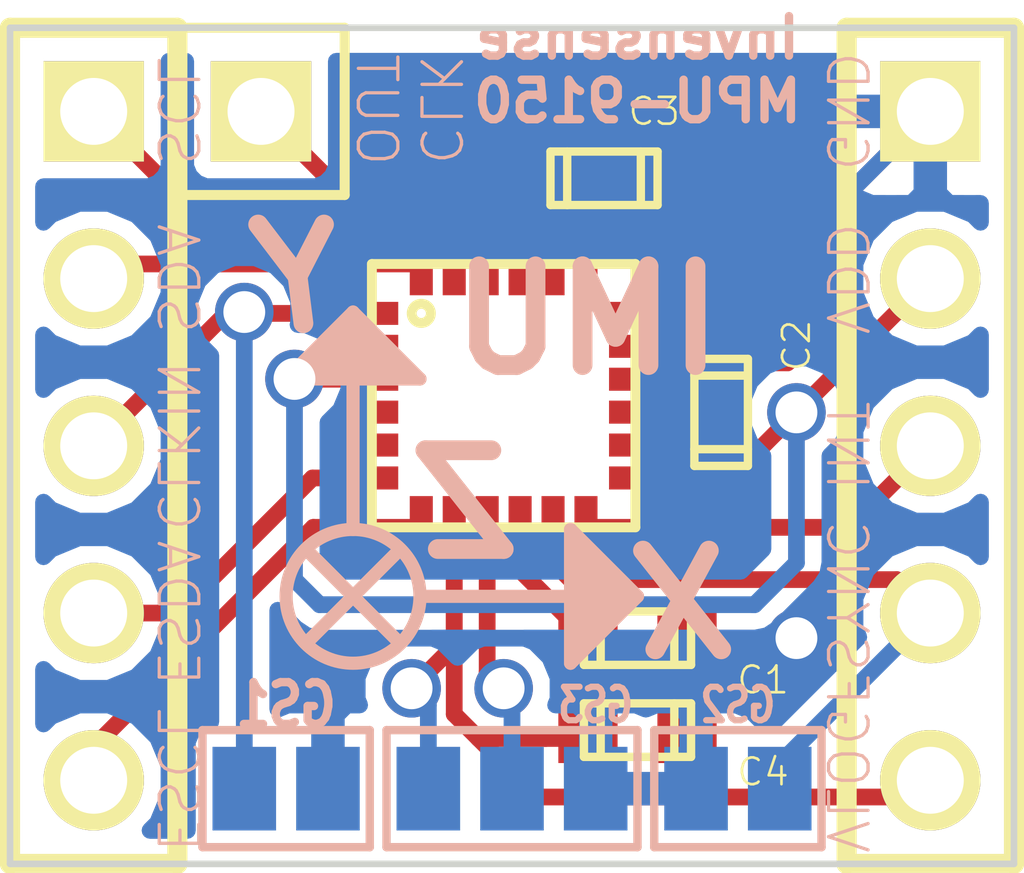
<source format=kicad_pcb>
(kicad_pcb (version 3) (host pcbnew "(2013-jul-07)-stable")

  (general
    (links 29)
    (no_connects 0)
    (area 338.455 196.3766 360.172 214.5954)
    (thickness 1.6)
    (drawings 57)
    (tracks 105)
    (zones 0)
    (modules 11)
    (nets 15)
  )

  (page A3)
  (layers
    (15 F.Cu signal)
    (0 B.Cu signal hide)
    (16 B.Adhes user hide)
    (17 F.Adhes user hide)
    (18 B.Paste user hide)
    (19 F.Paste user hide)
    (20 B.SilkS user)
    (21 F.SilkS user)
    (22 B.Mask user)
    (23 F.Mask user)
    (24 Dwgs.User user hide)
    (25 Cmts.User user hide)
    (26 Eco1.User user hide)
    (27 Eco2.User user hide)
    (28 Edge.Cuts user)
  )

  (setup
    (last_trace_width 0.254)
    (trace_clearance 0.1524)
    (zone_clearance 0.254)
    (zone_45_only no)
    (trace_min 0.254)
    (segment_width 0.2)
    (edge_width 0.1)
    (via_size 0.889)
    (via_drill 0.635)
    (via_min_size 0.889)
    (via_min_drill 0.508)
    (uvia_size 0.508)
    (uvia_drill 0.127)
    (uvias_allowed no)
    (uvia_min_size 0.508)
    (uvia_min_drill 0.127)
    (pcb_text_width 0.3)
    (pcb_text_size 1.5 1.5)
    (mod_edge_width 0.15)
    (mod_text_size 1 1)
    (mod_text_width 0.15)
    (pad_size 0.85 0.35)
    (pad_drill 0)
    (pad_to_mask_clearance 0)
    (aux_axis_origin 0 0)
    (visible_elements 7FFFFFFF)
    (pcbplotparams
      (layerselection 284196865)
      (usegerberextensions true)
      (excludeedgelayer true)
      (linewidth 0.150000)
      (plotframeref false)
      (viasonmask false)
      (mode 1)
      (useauxorigin false)
      (hpglpennumber 1)
      (hpglpenspeed 20)
      (hpglpendiameter 15)
      (hpglpenoverlay 2)
      (psnegative false)
      (psa4output false)
      (plotreference true)
      (plotvalue true)
      (plotothertext true)
      (plotinvisibletext false)
      (padsonsilk false)
      (subtractmaskfromsilk false)
      (outputformat 1)
      (mirror false)
      (drillshape 0)
      (scaleselection 1)
      (outputdirectory gerber/))
  )

  (net 0 "")
  (net 1 /AD0)
  (net 2 /CLKIN)
  (net 3 /CLKOUT)
  (net 4 /ES_CL)
  (net 5 /ES_DA)
  (net 6 /FSYNC)
  (net 7 /INT)
  (net 8 /SCL)
  (net 9 /SDA)
  (net 10 /VLOGIC)
  (net 11 GND)
  (net 12 N-0000011)
  (net 13 N-0000012)
  (net 14 VDD)

  (net_class Default "This is the default net class."
    (clearance 0.1524)
    (trace_width 0.254)
    (via_dia 0.889)
    (via_drill 0.635)
    (uvia_dia 0.508)
    (uvia_drill 0.127)
    (add_net "")
    (add_net /AD0)
    (add_net /CLKIN)
    (add_net /CLKOUT)
    (add_net /ES_CL)
    (add_net /ES_DA)
    (add_net /FSYNC)
    (add_net /INT)
    (add_net /SCL)
    (add_net /SDA)
    (add_net /VLOGIC)
    (add_net GND)
    (add_net N-0000011)
    (add_net N-0000012)
    (add_net VDD)
  )

  (module LGA24 (layer F.Cu) (tedit 52F9B3ED) (tstamp 52F810DA)
    (at 349.123 204.978)
    (path /52F7E631)
    (fp_text reference U1 (at 0 8.89) (layer F.SilkS) hide
      (effects (font (size 1 1) (thickness 0.15)))
    )
    (fp_text value MPU-9150 (at 0 -7.874) (layer F.SilkS) hide
      (effects (font (size 1 1) (thickness 0.15)))
    )
    (fp_circle (center -1.25 -1.25) (end -1.2 -1.2) (layer F.SilkS) (width 0.15))
    (fp_line (start -2 -2) (end 2 -2) (layer F.SilkS) (width 0.15))
    (fp_line (start 2 -2) (end 2 2) (layer F.SilkS) (width 0.15))
    (fp_line (start 2 2) (end -2 2) (layer F.SilkS) (width 0.15))
    (fp_line (start -2 2) (end -2 -2) (layer F.SilkS) (width 0.15))
    (pad 1 smd rect (at -2 -1.25) (size 0.8 0.35)
      (layers F.Cu F.Paste F.Mask)
      (net 2 /CLKIN)
      (clearance 0.0762)
    )
    (pad 2 smd rect (at -2 -0.75) (size 0.8 0.35)
      (layers F.Cu F.Paste F.Mask)
      (clearance 0.0762)
    )
    (pad 3 smd rect (at -2 -0.25) (size 0.8 0.35)
      (layers F.Cu F.Paste F.Mask)
      (net 14 VDD)
      (clearance 0.0762)
    )
    (pad 4 smd rect (at -2 0.25) (size 0.8 0.35)
      (layers F.Cu F.Paste F.Mask)
      (clearance 0.0762)
    )
    (pad 5 smd rect (at -2 0.75) (size 0.8 0.35)
      (layers F.Cu F.Paste F.Mask)
      (clearance 0.0762)
    )
    (pad 6 smd rect (at -2 1.25) (size 0.8 0.35)
      (layers F.Cu F.Paste F.Mask)
      (net 5 /ES_DA)
      (clearance 0.0762)
    )
    (pad 7 smd rect (at -1.25 2 90) (size 0.85 0.35) (drill (offset 0.05 0))
      (layers F.Cu F.Paste F.Mask)
      (net 4 /ES_CL)
      (clearance 0.0762)
    )
    (pad 8 smd rect (at -0.75 2 90) (size 0.85 0.35) (drill (offset 0.05 0))
      (layers F.Cu F.Paste F.Mask)
      (net 10 /VLOGIC)
      (clearance 0.0762)
    )
    (pad 9 smd rect (at -0.25 2 90) (size 0.85 0.35) (drill (offset 0.05 0))
      (layers F.Cu F.Paste F.Mask)
      (net 1 /AD0)
      (clearance 0.0762)
    )
    (pad 10 smd rect (at 0.25 2 90) (size 0.85 0.35) (drill (offset 0.05 0))
      (layers F.Cu F.Paste F.Mask)
      (net 13 N-0000012)
      (clearance 0.0762)
    )
    (pad 11 smd rect (at 0.75 2 90) (size 0.85 0.35) (drill (offset 0.05 0))
      (layers F.Cu F.Paste F.Mask)
      (net 6 /FSYNC)
      (clearance 0.0762)
    )
    (pad 12 smd rect (at 1.25 2 90) (size 0.85 0.35) (drill (offset 0.05 0))
      (layers F.Cu F.Paste F.Mask)
      (net 7 /INT)
      (clearance 0.0762)
    )
    (pad 13 smd rect (at 2 1.25) (size 0.8 0.35)
      (layers F.Cu F.Paste F.Mask)
      (net 14 VDD)
      (clearance 0.0762)
    )
    (pad 14 smd rect (at 2 0.75) (size 0.8 0.35)
      (layers F.Cu F.Paste F.Mask)
      (clearance 0.0762)
    )
    (pad 15 smd rect (at 2 0.25) (size 0.8 0.35)
      (layers F.Cu F.Paste F.Mask)
      (net 11 GND)
      (clearance 0.0762)
    )
    (pad 16 smd rect (at 2 -0.25) (size 0.8 0.35)
      (layers F.Cu F.Paste F.Mask)
      (clearance 0.0762)
    )
    (pad 17 smd rect (at 2 -0.75) (size 0.8 0.35)
      (layers F.Cu F.Paste F.Mask)
      (net 11 GND)
      (clearance 0.0762)
    )
    (pad 18 smd rect (at 2 -1.25) (size 0.8 0.35)
      (layers F.Cu F.Paste F.Mask)
      (net 11 GND)
      (clearance 0.0762)
    )
    (pad 19 smd rect (at 1.25 -2 270) (size 0.85 0.35) (drill (offset 0.05 0))
      (layers F.Cu F.Paste F.Mask)
      (clearance 0.0762)
    )
    (pad 20 smd rect (at 0.75 -2 270) (size 0.85 0.35) (drill (offset 0.05 0))
      (layers F.Cu F.Paste F.Mask)
      (net 12 N-0000011)
      (clearance 0.0762)
    )
    (pad 21 smd rect (at 0.25 -2 270) (size 0.85 0.35) (drill (offset 0.05 0))
      (layers F.Cu F.Paste F.Mask)
      (clearance 0.0762)
    )
    (pad 22 smd rect (at -0.25 -2 270) (size 0.85 0.35) (drill (offset 0.05 0))
      (layers F.Cu F.Paste F.Mask)
      (net 3 /CLKOUT)
      (clearance 0.0762)
    )
    (pad 23 smd rect (at -0.75 -2 270) (size 0.85 0.35) (drill (offset 0.05 0))
      (layers F.Cu F.Paste F.Mask)
      (net 8 /SCL)
      (clearance 0.0762)
    )
    (pad 24 smd rect (at -1.25 -2 270) (size 0.85 0.35) (drill (offset 0.05 0))
      (layers F.Cu F.Paste F.Mask)
      (net 9 /SDA)
      (clearance 0.0762)
    )
  )

  (module PIN_ARRAY_1 (layer F.Cu) (tedit 52F9B409) (tstamp 52F862B6)
    (at 345.44 200.66)
    (descr "1 pin")
    (tags "CONN DEV")
    (path /52F7EA97)
    (fp_text reference P1 (at 1.016 -2.032) (layer F.SilkS) hide
      (effects (font (size 0.762 0.762) (thickness 0.1524)))
    )
    (fp_text value CONN_1 (at -2.54 -2.032) (layer F.SilkS) hide
      (effects (font (size 0.762 0.762) (thickness 0.1524)))
    )
    (fp_line (start 1.27 1.27) (end -1.27 1.27) (layer F.SilkS) (width 0.1524))
    (fp_line (start -1.27 -1.27) (end 1.27 -1.27) (layer F.SilkS) (width 0.1524))
    (fp_line (start -1.27 1.27) (end -1.27 -1.27) (layer F.SilkS) (width 0.1524))
    (fp_line (start 1.27 -1.27) (end 1.27 1.27) (layer F.SilkS) (width 0.1524))
    (pad 1 thru_hole rect (at 0 0) (size 1.524 1.524) (drill 1.016)
      (layers *.Cu *.Mask F.SilkS)
      (net 3 /CLKOUT)
    )
    (model pin_array\pin_1.wrl
      (at (xyz 0 0 0))
      (scale (xyz 1 1 1))
      (rotate (xyz 0 0 0))
    )
  )

  (module GS3 (layer B.Cu) (tedit 52F9AAC4) (tstamp 52F9BCE6)
    (at 349.25 210.947 270)
    (descr "Pontet Goute de soudure")
    (path /52F7E821)
    (attr virtual)
    (fp_text reference GS3 (at -1.27 -1.27 360) (layer B.SilkS)
      (effects (font (size 0.508 0.381) (thickness 0.09525)) (justify mirror))
    )
    (fp_text value GS3 (at 1.397 0 540) (layer B.SilkS) hide
      (effects (font (size 0.762 0.762) (thickness 0.127)) (justify mirror))
    )
    (fp_line (start -0.889 1.905) (end -0.889 -1.905) (layer B.SilkS) (width 0.127))
    (fp_line (start -0.889 -1.905) (end 0.889 -1.905) (layer B.SilkS) (width 0.127))
    (fp_line (start 0.889 -1.905) (end 0.889 1.905) (layer B.SilkS) (width 0.127))
    (fp_line (start -0.889 1.905) (end 0.889 1.905) (layer B.SilkS) (width 0.127))
    (pad 1 smd rect (at 0 1.27 270) (size 1.27 0.9652)
      (layers B.Cu B.Paste B.Mask)
      (net 10 /VLOGIC)
    )
    (pad 2 smd rect (at 0 0 270) (size 1.27 0.9652)
      (layers B.Cu B.Paste B.Mask)
      (net 1 /AD0)
    )
    (pad 3 smd rect (at 0 -1.27 270) (size 1.27 0.9652)
      (layers B.Cu B.Paste B.Mask)
      (net 11 GND)
    )
  )

  (module GS2 (layer B.Cu) (tedit 52F9AAD6) (tstamp 52F9BCF1)
    (at 352.679 210.947 90)
    (descr "Pontet Goute de soudure")
    (path /52F7E899)
    (attr virtual)
    (fp_text reference GS2 (at 1.27 0 180) (layer B.SilkS)
      (effects (font (size 0.508 0.381) (thickness 0.09525)) (justify mirror))
    )
    (fp_text value GS2 (at -1.397 0 360) (layer B.SilkS) hide
      (effects (font (size 0.762 0.762) (thickness 0.127)) (justify mirror))
    )
    (fp_line (start -0.889 1.27) (end -0.889 -1.27) (layer B.SilkS) (width 0.127))
    (fp_line (start 0.889 -1.27) (end 0.889 1.27) (layer B.SilkS) (width 0.127))
    (fp_line (start 0.889 -1.27) (end -0.889 -1.27) (layer B.SilkS) (width 0.127))
    (fp_line (start -0.889 1.27) (end 0.889 1.27) (layer B.SilkS) (width 0.127))
    (pad 1 smd rect (at 0 0.635 90) (size 1.27 0.9652)
      (layers B.Cu B.Paste B.Mask)
      (net 6 /FSYNC)
    )
    (pad 2 smd rect (at 0 -0.635 90) (size 1.27 0.9652)
      (layers B.Cu B.Paste B.Mask)
      (net 11 GND)
    )
  )

  (module GS2 (layer B.Cu) (tedit 52F9BBB9) (tstamp 52F9BCDA)
    (at 345.821 210.947 270)
    (descr "Pontet Goute de soudure")
    (path /52F7E8B9)
    (attr virtual)
    (fp_text reference GS1 (at -1.27 0 360) (layer B.SilkS)
      (effects (font (size 0.635 0.508) (thickness 0.127)) (justify mirror))
    )
    (fp_text value GS2 (at 1.397 0 540) (layer B.SilkS) hide
      (effects (font (size 0.762 0.762) (thickness 0.127)) (justify mirror))
    )
    (fp_line (start -0.889 1.27) (end -0.889 -1.27) (layer B.SilkS) (width 0.127))
    (fp_line (start 0.889 -1.27) (end 0.889 1.27) (layer B.SilkS) (width 0.127))
    (fp_line (start 0.889 -1.27) (end -0.889 -1.27) (layer B.SilkS) (width 0.127))
    (fp_line (start -0.889 1.27) (end 0.889 1.27) (layer B.SilkS) (width 0.127))
    (pad 1 smd rect (at 0 0.635 270) (size 1.27 0.9652)
      (layers B.Cu B.Paste B.Mask)
      (net 2 /CLKIN)
    )
    (pad 2 smd rect (at 0 -0.635 270) (size 1.27 0.9652)
      (layers B.Cu B.Paste B.Mask)
      (net 11 GND)
    )
  )

  (module c_0603 (layer F.Cu) (tedit 52F9B30C) (tstamp 52F83DEA)
    (at 352.425 205.232 270)
    (descr "SMT capacitor, 0603")
    (path /52F7E40D)
    (fp_text reference C2 (at -1.016 -1.143 270) (layer F.SilkS)
      (effects (font (size 0.4064 0.4064) (thickness 0.04064)))
    )
    (fp_text value 0.1uF (at 0 -0.127 270) (layer F.SilkS) hide
      (effects (font (size 0.4064 0.4064) (thickness 0.04064)))
    )
    (fp_line (start 0.5588 0.4064) (end 0.5588 -0.4064) (layer F.SilkS) (width 0.127))
    (fp_line (start -0.5588 -0.381) (end -0.5588 0.4064) (layer F.SilkS) (width 0.127))
    (fp_line (start -0.8128 -0.4064) (end 0.8128 -0.4064) (layer F.SilkS) (width 0.127))
    (fp_line (start 0.8128 -0.4064) (end 0.8128 0.4064) (layer F.SilkS) (width 0.127))
    (fp_line (start 0.8128 0.4064) (end -0.8128 0.4064) (layer F.SilkS) (width 0.127))
    (fp_line (start -0.8128 0.4064) (end -0.8128 -0.4064) (layer F.SilkS) (width 0.127))
    (pad 1 smd rect (at 0.75184 0 270) (size 0.89916 1.00076)
      (layers F.Cu F.Paste F.Mask)
      (net 14 VDD)
    )
    (pad 2 smd rect (at -0.75184 0 270) (size 0.89916 1.00076)
      (layers F.Cu F.Paste F.Mask)
      (net 11 GND)
    )
    (model smd/capacitors/c_0603.wrl
      (at (xyz 0 0 0))
      (scale (xyz 1 1 1))
      (rotate (xyz 0 0 0))
    )
  )

  (module c_0603 (layer F.Cu) (tedit 52F9B361) (tstamp 52F83DF6)
    (at 351.155 210.058 180)
    (descr "SMT capacitor, 0603")
    (path /52F7E41A)
    (fp_text reference C4 (at -1.905 -0.635 180) (layer F.SilkS)
      (effects (font (size 0.4064 0.4064) (thickness 0.04064)))
    )
    (fp_text value 10nF (at 0 0 180) (layer F.SilkS) hide
      (effects (font (size 0.20066 0.20066) (thickness 0.04064)))
    )
    (fp_line (start 0.5588 0.4064) (end 0.5588 -0.4064) (layer F.SilkS) (width 0.127))
    (fp_line (start -0.5588 -0.381) (end -0.5588 0.4064) (layer F.SilkS) (width 0.127))
    (fp_line (start -0.8128 -0.4064) (end 0.8128 -0.4064) (layer F.SilkS) (width 0.127))
    (fp_line (start 0.8128 -0.4064) (end 0.8128 0.4064) (layer F.SilkS) (width 0.127))
    (fp_line (start 0.8128 0.4064) (end -0.8128 0.4064) (layer F.SilkS) (width 0.127))
    (fp_line (start -0.8128 0.4064) (end -0.8128 -0.4064) (layer F.SilkS) (width 0.127))
    (pad 1 smd rect (at 0.75184 0 180) (size 0.89916 1.00076)
      (layers F.Cu F.Paste F.Mask)
      (net 10 /VLOGIC)
    )
    (pad 2 smd rect (at -0.75184 0 180) (size 0.89916 1.00076)
      (layers F.Cu F.Paste F.Mask)
      (net 11 GND)
    )
    (model smd/capacitors/c_0603.wrl
      (at (xyz 0 0 0))
      (scale (xyz 1 1 1))
      (rotate (xyz 0 0 0))
    )
  )

  (module c_0603 (layer F.Cu) (tedit 52F9B357) (tstamp 52F83E02)
    (at 351.155 208.661 180)
    (descr "SMT capacitor, 0603")
    (path /52F7E420)
    (fp_text reference C1 (at -1.905 -0.635 180) (layer F.SilkS)
      (effects (font (size 0.4064 0.4064) (thickness 0.04064)))
    )
    (fp_text value 0.1uF (at 0 0 180) (layer F.SilkS) hide
      (effects (font (size 0.20066 0.20066) (thickness 0.04064)))
    )
    (fp_line (start 0.5588 0.4064) (end 0.5588 -0.4064) (layer F.SilkS) (width 0.127))
    (fp_line (start -0.5588 -0.381) (end -0.5588 0.4064) (layer F.SilkS) (width 0.127))
    (fp_line (start -0.8128 -0.4064) (end 0.8128 -0.4064) (layer F.SilkS) (width 0.127))
    (fp_line (start 0.8128 -0.4064) (end 0.8128 0.4064) (layer F.SilkS) (width 0.127))
    (fp_line (start 0.8128 0.4064) (end -0.8128 0.4064) (layer F.SilkS) (width 0.127))
    (fp_line (start -0.8128 0.4064) (end -0.8128 -0.4064) (layer F.SilkS) (width 0.127))
    (pad 1 smd rect (at 0.75184 0 180) (size 0.89916 1.00076)
      (layers F.Cu F.Paste F.Mask)
      (net 13 N-0000012)
    )
    (pad 2 smd rect (at -0.75184 0 180) (size 0.89916 1.00076)
      (layers F.Cu F.Paste F.Mask)
      (net 11 GND)
    )
    (model smd/capacitors/c_0603.wrl
      (at (xyz 0 0 0))
      (scale (xyz 1 1 1))
      (rotate (xyz 0 0 0))
    )
  )

  (module c_0603 (layer F.Cu) (tedit 52F9B2FB) (tstamp 52F83E0E)
    (at 350.647 201.676 180)
    (descr "SMT capacitor, 0603")
    (path /52F7E426)
    (fp_text reference C3 (at -0.762 1.016 180) (layer F.SilkS)
      (effects (font (size 0.4064 0.4064) (thickness 0.04064)))
    )
    (fp_text value 2.2nF (at 0 0 180) (layer F.SilkS) hide
      (effects (font (size 0.4064 0.4064) (thickness 0.04064)))
    )
    (fp_line (start 0.5588 0.4064) (end 0.5588 -0.4064) (layer F.SilkS) (width 0.127))
    (fp_line (start -0.5588 -0.381) (end -0.5588 0.4064) (layer F.SilkS) (width 0.127))
    (fp_line (start -0.8128 -0.4064) (end 0.8128 -0.4064) (layer F.SilkS) (width 0.127))
    (fp_line (start 0.8128 -0.4064) (end 0.8128 0.4064) (layer F.SilkS) (width 0.127))
    (fp_line (start 0.8128 0.4064) (end -0.8128 0.4064) (layer F.SilkS) (width 0.127))
    (fp_line (start -0.8128 0.4064) (end -0.8128 -0.4064) (layer F.SilkS) (width 0.127))
    (pad 1 smd rect (at 0.75184 0 180) (size 0.89916 1.00076)
      (layers F.Cu F.Paste F.Mask)
      (net 12 N-0000011)
    )
    (pad 2 smd rect (at -0.75184 0 180) (size 0.89916 1.00076)
      (layers F.Cu F.Paste F.Mask)
      (net 11 GND)
    )
    (model smd/capacitors/c_0603.wrl
      (at (xyz 0 0 0))
      (scale (xyz 1 1 1))
      (rotate (xyz 0 0 0))
    )
  )

  (module PIN_ARRAY_5x1 (layer F.Cu) (tedit 52F9B3BC) (tstamp 52F85285)
    (at 355.6 205.74 270)
    (descr "Double rangee de contacts 2 x 5 pins")
    (tags CONN)
    (path /52F7EA0A)
    (fp_text reference P3 (at 0.127 -2.413 270) (layer F.SilkS) hide
      (effects (font (size 1.016 1.016) (thickness 0.2032)))
    )
    (fp_text value CONN_5 (at 0.127 -3.81 270) (layer F.SilkS) hide
      (effects (font (size 1.016 1.016) (thickness 0.2032)))
    )
    (fp_line (start -6.35 -1.27) (end -6.35 1.27) (layer F.SilkS) (width 0.3048))
    (fp_line (start 6.35 1.27) (end 6.35 -1.27) (layer F.SilkS) (width 0.3048))
    (fp_line (start -6.35 -1.27) (end 6.35 -1.27) (layer F.SilkS) (width 0.3048))
    (fp_line (start 6.35 1.27) (end -6.35 1.27) (layer F.SilkS) (width 0.3048))
    (pad 1 thru_hole rect (at -5.08 0 270) (size 1.524 1.524) (drill 1.016)
      (layers *.Cu *.Mask F.SilkS)
      (net 11 GND)
    )
    (pad 2 thru_hole circle (at -2.54 0 270) (size 1.524 1.524) (drill 1.016)
      (layers *.Cu *.Mask F.SilkS)
      (net 14 VDD)
    )
    (pad 3 thru_hole circle (at 0 0 270) (size 1.524 1.524) (drill 1.016)
      (layers *.Cu *.Mask F.SilkS)
      (net 7 /INT)
    )
    (pad 4 thru_hole circle (at 2.54 0 270) (size 1.524 1.524) (drill 1.016)
      (layers *.Cu *.Mask F.SilkS)
      (net 6 /FSYNC)
    )
    (pad 5 thru_hole circle (at 5.08 0 270) (size 1.524 1.524) (drill 1.016)
      (layers *.Cu *.Mask F.SilkS)
      (net 10 /VLOGIC)
    )
    (model pin_array/pins_array_5x1.wrl
      (at (xyz 0 0 0))
      (scale (xyz 1 1 1))
      (rotate (xyz 0 0 0))
    )
  )

  (module PIN_ARRAY_5x1 (layer F.Cu) (tedit 52F9B3C8) (tstamp 52F99E19)
    (at 342.9 205.74 270)
    (descr "Double rangee de contacts 2 x 5 pins")
    (tags CONN)
    (path /52F7E9FD)
    (fp_text reference P2 (at 0 2.159 270) (layer F.SilkS) hide
      (effects (font (size 1.016 1.016) (thickness 0.2032)))
    )
    (fp_text value CONN_5 (at 0 3.683 270) (layer F.SilkS) hide
      (effects (font (size 1.016 1.016) (thickness 0.2032)))
    )
    (fp_line (start -6.35 -1.27) (end -6.35 1.27) (layer F.SilkS) (width 0.3048))
    (fp_line (start 6.35 1.27) (end 6.35 -1.27) (layer F.SilkS) (width 0.3048))
    (fp_line (start -6.35 -1.27) (end 6.35 -1.27) (layer F.SilkS) (width 0.3048))
    (fp_line (start 6.35 1.27) (end -6.35 1.27) (layer F.SilkS) (width 0.3048))
    (pad 1 thru_hole rect (at -5.08 0 270) (size 1.524 1.524) (drill 1.016)
      (layers *.Cu *.Mask F.SilkS)
      (net 8 /SCL)
    )
    (pad 2 thru_hole circle (at -2.54 0 270) (size 1.524 1.524) (drill 1.016)
      (layers *.Cu *.Mask F.SilkS)
      (net 9 /SDA)
    )
    (pad 3 thru_hole circle (at 0 0 270) (size 1.524 1.524) (drill 1.016)
      (layers *.Cu *.Mask F.SilkS)
      (net 2 /CLKIN)
    )
    (pad 4 thru_hole circle (at 2.54 0 270) (size 1.524 1.524) (drill 1.016)
      (layers *.Cu *.Mask F.SilkS)
      (net 5 /ES_DA)
    )
    (pad 5 thru_hole circle (at 5.08 0 270) (size 1.524 1.524) (drill 1.016)
      (layers *.Cu *.Mask F.SilkS)
      (net 4 /ES_CL)
    )
    (model pin_array/pins_array_5x1.wrl
      (at (xyz 0 0 0))
      (scale (xyz 1 1 1))
      (rotate (xyz 0 0 0))
    )
  )

  (gr_text "CLK\nOUT" (at 347.6752 200.6346 270) (layer B.SilkS)
    (effects (font (size 0.6 0.6) (thickness 0.05)) (justify mirror))
  )
  (gr_text ESCL (at 344.17 210.82 270) (layer B.SilkS)
    (effects (font (size 0.6 0.6) (thickness 0.05)) (justify mirror))
  )
  (gr_text ESDA (at 344.17 208.28 270) (layer B.SilkS)
    (effects (font (size 0.6 0.6) (thickness 0.05)) (justify mirror))
  )
  (gr_text CLKIN (at 344.17 205.74 270) (layer B.SilkS)
    (effects (font (size 0.6 0.6) (thickness 0.05)) (justify mirror))
  )
  (gr_text SDA (at 344.17 203.2 270) (layer B.SilkS)
    (effects (font (size 0.6 0.6) (thickness 0.05)) (justify mirror))
  )
  (gr_text SCL (at 344.17 200.66 270) (layer B.SilkS)
    (effects (font (size 0.6 0.6) (thickness 0.05)) (justify mirror))
  )
  (gr_text VLOG (at 354.33 210.82 270) (layer B.SilkS)
    (effects (font (size 0.6 0.6) (thickness 0.05)) (justify mirror))
  )
  (gr_text FSYNC (at 354.33 208.28 270) (layer B.SilkS)
    (effects (font (size 0.6 0.6) (thickness 0.05)) (justify mirror))
  )
  (gr_text INT (at 354.33 205.74 270) (layer B.SilkS)
    (effects (font (size 0.6 0.6) (thickness 0.05)) (justify mirror))
  )
  (gr_text VDD (at 354.33 203.2 270) (layer B.SilkS)
    (effects (font (size 0.6 0.6) (thickness 0.05)) (justify mirror))
  )
  (gr_text GND (at 354.33 200.66 270) (layer B.SilkS)
    (effects (font (size 0.6 0.6) (thickness 0.05)) (justify mirror))
  )
  (gr_text IMU (at 350.393 203.835) (layer B.SilkS)
    (effects (font (size 1.5 1.5) (thickness 0.3)) (justify mirror))
  )
  (gr_text "Invensense\nMPU-9150\n" (at 351.155 200.025) (layer B.SilkS)
    (effects (font (size 0.6 0.6) (thickness 0.127)) (justify mirror))
  )
  (gr_text Z (at 348.615 206.629) (layer B.SilkS)
    (effects (font (size 1.5 1.5) (thickness 0.3) italic) (justify mirror))
  )
  (gr_text Y (at 346.075 203.2) (layer B.SilkS)
    (effects (font (size 1.5 1.5) (thickness 0.3) italic) (justify mirror))
  )
  (gr_text X (at 351.917 208.153) (layer B.SilkS)
    (effects (font (size 1.5 1.5) (thickness 0.3) italic) (justify mirror))
  )
  (gr_line (start 346.202 207.391) (end 347.472 208.661) (angle 90) (layer B.SilkS) (width 0.2))
  (gr_line (start 347.472 207.391) (end 346.202 208.661) (angle 90) (layer B.SilkS) (width 0.2))
  (gr_line (start 347.218 204.47) (end 346.456 204.47) (angle 90) (layer B.SilkS) (width 0.2))
  (gr_line (start 346.71 203.962) (end 347.218 204.47) (angle 90) (layer B.SilkS) (width 0.2))
  (gr_line (start 346.075 204.597) (end 346.71 203.962) (angle 90) (layer B.SilkS) (width 0.2))
  (gr_line (start 347.599 204.597) (end 346.075 204.597) (angle 90) (layer B.SilkS) (width 0.2))
  (gr_line (start 346.837 203.835) (end 347.599 204.597) (angle 90) (layer B.SilkS) (width 0.2))
  (gr_line (start 350.774 208.026) (end 350.393 208.407) (angle 90) (layer B.SilkS) (width 0.2))
  (gr_line (start 350.266 207.518) (end 350.774 208.026) (angle 90) (layer B.SilkS) (width 0.2))
  (gr_line (start 350.266 208.788) (end 350.266 207.518) (angle 90) (layer B.SilkS) (width 0.2))
  (gr_line (start 351.028 208.026) (end 350.266 208.788) (angle 90) (layer B.SilkS) (width 0.2))
  (gr_line (start 350.139 207.137) (end 351.028 208.026) (angle 90) (layer B.SilkS) (width 0.2))
  (gr_line (start 350.393 207.772) (end 350.647 208.026) (angle 90) (layer B.SilkS) (width 0.2))
  (gr_line (start 350.393 208.28) (end 350.393 207.772) (angle 90) (layer B.SilkS) (width 0.2))
  (gr_line (start 350.774 207.899) (end 350.393 208.28) (angle 90) (layer B.SilkS) (width 0.2))
  (gr_line (start 350.266 207.391) (end 350.774 207.899) (angle 90) (layer B.SilkS) (width 0.2))
  (gr_line (start 350.266 208.661) (end 350.266 207.391) (angle 90) (layer B.SilkS) (width 0.2))
  (gr_line (start 350.901 208.026) (end 350.266 208.661) (angle 90) (layer B.SilkS) (width 0.2))
  (gr_line (start 350.139 208.026) (end 350.901 208.026) (angle 90) (layer B.SilkS) (width 0.2))
  (gr_line (start 350.139 209.042) (end 350.139 208.026) (angle 90) (layer B.SilkS) (width 0.2))
  (gr_line (start 351.155 208.026) (end 350.139 209.042) (angle 90) (layer B.SilkS) (width 0.2))
  (gr_line (start 350.139 207.01) (end 351.155 208.026) (angle 90) (layer B.SilkS) (width 0.2))
  (gr_line (start 350.139 208.026) (end 350.139 207.01) (angle 90) (layer B.SilkS) (width 0.2))
  (gr_line (start 347.853 208.026) (end 350.139 208.026) (angle 90) (layer B.SilkS) (width 0.2))
  (gr_line (start 346.583 204.47) (end 346.837 204.216) (angle 90) (layer B.SilkS) (width 0.2))
  (gr_line (start 347.091 204.47) (end 346.583 204.47) (angle 90) (layer B.SilkS) (width 0.2))
  (gr_line (start 346.71 204.089) (end 347.091 204.47) (angle 90) (layer B.SilkS) (width 0.2))
  (gr_line (start 346.202 204.597) (end 346.71 204.089) (angle 90) (layer B.SilkS) (width 0.2))
  (gr_line (start 347.472 204.597) (end 346.202 204.597) (angle 90) (layer B.SilkS) (width 0.2))
  (gr_line (start 346.837 203.962) (end 347.472 204.597) (angle 90) (layer B.SilkS) (width 0.2))
  (gr_line (start 346.837 204.724) (end 346.837 203.962) (angle 90) (layer B.SilkS) (width 0.2))
  (gr_line (start 347.853 204.724) (end 346.837 204.724) (angle 90) (layer B.SilkS) (width 0.2))
  (gr_line (start 346.837 203.708) (end 347.853 204.724) (angle 90) (layer B.SilkS) (width 0.2))
  (gr_line (start 345.821 204.724) (end 346.837 203.708) (angle 90) (layer B.SilkS) (width 0.2))
  (gr_line (start 346.837 204.724) (end 345.821 204.724) (angle 90) (layer B.SilkS) (width 0.2))
  (gr_line (start 346.837 207.01) (end 346.837 204.724) (angle 90) (layer B.SilkS) (width 0.2))
  (gr_circle (center 346.837 208.026) (end 346.837 207.01) (layer B.SilkS) (width 0.2))
  (gr_line (start 341.63 199.39) (end 341.63 212.09) (angle 90) (layer Edge.Cuts) (width 0.1))
  (gr_line (start 356.87 199.39) (end 341.63 199.39) (angle 90) (layer Edge.Cuts) (width 0.1))
  (gr_line (start 356.87 212.09) (end 356.87 199.39) (angle 90) (layer Edge.Cuts) (width 0.1))
  (gr_line (start 341.63 212.09) (end 356.87 212.09) (angle 90) (layer Edge.Cuts) (width 0.1))

  (segment (start 348.873 206.978) (end 348.873 209.173) (width 0.254) (layer F.Cu) (net 1))
  (segment (start 349.25 209.55) (end 349.25 210.947) (width 0.254) (layer B.Cu) (net 1) (tstamp 52F9A271))
  (segment (start 349.123 209.423) (end 349.25 209.55) (width 0.254) (layer B.Cu) (net 1) (tstamp 52F9A270))
  (via (at 349.123 209.423) (size 0.889) (layers F.Cu B.Cu) (net 1))
  (segment (start 348.873 209.173) (end 349.123 209.423) (width 0.254) (layer F.Cu) (net 1) (tstamp 52F9A255))
  (segment (start 345.186 210.947) (end 345.186 203.708) (width 0.254) (layer B.Cu) (net 2))
  (via (at 345.186 203.708) (size 0.889) (layers F.Cu B.Cu) (net 2))
  (segment (start 345.186 203.708) (end 345.186 203.728) (width 0.254) (layer F.Cu) (net 2) (tstamp 52F86D02))
  (segment (start 345.186 203.728) (end 345.186 203.708) (width 0.254) (layer F.Cu) (net 2) (tstamp 52F86D03))
  (segment (start 345.186 203.708) (end 345.186 203.728) (width 0.254) (layer F.Cu) (net 2) (tstamp 52F86D0C))
  (segment (start 347.123 203.728) (end 345.186 203.728) (width 0.254) (layer F.Cu) (net 2))
  (segment (start 345.186 203.728) (end 344.912 203.728) (width 0.254) (layer F.Cu) (net 2) (tstamp 52F86D0D))
  (segment (start 344.912 203.728) (end 344.551 204.089) (width 0.254) (layer F.Cu) (net 2) (tstamp 52F86BCE))
  (segment (start 344.551 204.089) (end 342.9 205.74) (width 0.254) (layer F.Cu) (net 2) (tstamp 52F99A72))
  (segment (start 348.873 202.978) (end 348.873 202.315) (width 0.254) (layer F.Cu) (net 3))
  (segment (start 346.456 201.676) (end 345.44 200.66) (width 0.254) (layer F.Cu) (net 3) (tstamp 52F995F9))
  (segment (start 348.234 201.676) (end 346.456 201.676) (width 0.254) (layer F.Cu) (net 3) (tstamp 52F995EE))
  (segment (start 348.873 202.315) (end 348.234 201.676) (width 0.254) (layer F.Cu) (net 3) (tstamp 52F995E6))
  (segment (start 347.873 206.978) (end 346.234 206.978) (width 0.254) (layer F.Cu) (net 4))
  (segment (start 342.9 210.312) (end 342.9 210.82) (width 0.254) (layer F.Cu) (net 4) (tstamp 52F9A726))
  (segment (start 346.234 206.978) (end 342.9 210.312) (width 0.254) (layer F.Cu) (net 4) (tstamp 52F9A706))
  (segment (start 347.123 206.228) (end 346.222 206.228) (width 0.254) (layer F.Cu) (net 5))
  (segment (start 344.17 208.28) (end 342.9 208.28) (width 0.254) (layer F.Cu) (net 5) (tstamp 52F9A6C5))
  (segment (start 346.222 206.228) (end 344.17 208.28) (width 0.254) (layer F.Cu) (net 5) (tstamp 52F9A6B2))
  (segment (start 347.123 206.228) (end 346.857 206.228) (width 0.254) (layer F.Cu) (net 5))
  (segment (start 353.314 210.947) (end 353.314 210.566) (width 0.254) (layer B.Cu) (net 6))
  (segment (start 353.314 210.566) (end 355.6 208.28) (width 0.254) (layer B.Cu) (net 6) (tstamp 52F99C34))
  (segment (start 349.873 206.978) (end 349.873 207.506) (width 0.254) (layer F.Cu) (net 6))
  (segment (start 355.092 207.772) (end 355.6 208.28) (width 0.254) (layer F.Cu) (net 6) (tstamp 52F996D6))
  (segment (start 350.139 207.772) (end 355.092 207.772) (width 0.254) (layer F.Cu) (net 6) (tstamp 52F996D2))
  (segment (start 349.873 207.506) (end 350.139 207.772) (width 0.254) (layer F.Cu) (net 6) (tstamp 52F996CD))
  (segment (start 350.373 206.978) (end 354.362 206.978) (width 0.254) (layer F.Cu) (net 7))
  (segment (start 354.362 206.978) (end 355.6 205.74) (width 0.254) (layer F.Cu) (net 7) (tstamp 52F996C4))
  (segment (start 348.373 202.978) (end 348.373 202.45) (width 0.254) (layer F.Cu) (net 8))
  (segment (start 344.424 202.184) (end 342.9 200.66) (width 0.254) (layer F.Cu) (net 8) (tstamp 52F86B82))
  (segment (start 348.107 202.184) (end 344.424 202.184) (width 0.254) (layer F.Cu) (net 8) (tstamp 52F86B7F))
  (segment (start 348.373 202.45) (end 348.107 202.184) (width 0.254) (layer F.Cu) (net 8) (tstamp 52F86B6C))
  (segment (start 347.873 202.978) (end 343.122 202.978) (width 0.254) (layer F.Cu) (net 9))
  (segment (start 343.122 202.978) (end 342.9 203.2) (width 0.254) (layer F.Cu) (net 9) (tstamp 52F86BE6))
  (segment (start 342.932 203.232) (end 342.9 203.2) (width 0.254) (layer F.Cu) (net 9) (tstamp 52F865B6))
  (via (at 347.726 209.423) (size 0.889) (layers F.Cu B.Cu) (net 10))
  (segment (start 348.373 208.776) (end 347.726 209.423) (width 0.254) (layer F.Cu) (net 10) (tstamp 52F9A3A5))
  (segment (start 348.373 206.978) (end 348.373 208.776) (width 0.254) (layer F.Cu) (net 10))
  (segment (start 347.98 209.677) (end 347.98 210.947) (width 0.254) (layer B.Cu) (net 10) (tstamp 52F9A3B6))
  (segment (start 347.726 209.423) (end 347.98 209.677) (width 0.254) (layer B.Cu) (net 10) (tstamp 52F9A3B5))
  (segment (start 348.742 210.185) (end 349.631 211.074) (width 0.254) (layer F.Cu) (net 10))
  (segment (start 355.346 211.074) (end 355.6 210.82) (width 0.254) (layer F.Cu) (net 10) (tstamp 52F9A381))
  (segment (start 349.631 211.074) (end 355.346 211.074) (width 0.254) (layer F.Cu) (net 10) (tstamp 52F9A37B))
  (segment (start 349.758 210.185) (end 350.27616 210.185) (width 0.254) (layer F.Cu) (net 10))
  (segment (start 348.373 209.816) (end 348.742 210.185) (width 0.254) (layer F.Cu) (net 10) (tstamp 52F9A277))
  (segment (start 348.742 210.185) (end 349.758 210.185) (width 0.254) (layer F.Cu) (net 10) (tstamp 52F9A28A))
  (segment (start 348.373 206.978) (end 348.373 209.816) (width 0.254) (layer F.Cu) (net 10))
  (segment (start 350.27616 210.185) (end 350.40316 210.058) (width 0.254) (layer F.Cu) (net 10) (tstamp 52F9A29D))
  (segment (start 351.39884 201.676) (end 351.39884 203.454) (width 0.254) (layer F.Cu) (net 11))
  (segment (start 351.39884 203.454) (end 352.425 204.48016) (width 0.254) (layer F.Cu) (net 11) (tstamp 52F9A662))
  (segment (start 352.298 208.661) (end 353.568 208.661) (width 0.254) (layer B.Cu) (net 11))
  (segment (start 353.568 208.661) (end 354.33 207.899) (width 0.254) (layer B.Cu) (net 11) (tstamp 52F9A56D))
  (segment (start 354.33 207.899) (end 354.33 201.93) (width 0.254) (layer B.Cu) (net 11) (tstamp 52F9A578))
  (segment (start 354.33 201.93) (end 355.6 200.66) (width 0.254) (layer B.Cu) (net 11) (tstamp 52F9A57C))
  (segment (start 353.568 208.661) (end 353.30384 208.661) (width 0.254) (layer F.Cu) (net 11))
  (segment (start 353.30384 208.661) (end 351.90684 210.058) (width 0.254) (layer F.Cu) (net 11) (tstamp 52F9A534))
  (via (at 353.568 208.661) (size 0.889) (layers F.Cu B.Cu) (net 11))
  (segment (start 351.90684 208.661) (end 353.568 208.661) (width 0.254) (layer F.Cu) (net 11))
  (segment (start 346.456 210.947) (end 346.456 209.55) (width 0.254) (layer B.Cu) (net 11))
  (segment (start 347.345 208.661) (end 348.615 208.661) (width 0.254) (layer B.Cu) (net 11) (tstamp 52F9A3C2))
  (segment (start 346.456 209.55) (end 347.345 208.661) (width 0.254) (layer B.Cu) (net 11) (tstamp 52F9A3BB))
  (segment (start 352.425 204.48016) (end 353.43084 204.48016) (width 0.254) (layer F.Cu) (net 11))
  (segment (start 353.43084 204.48016) (end 354.33 203.581) (width 0.254) (layer F.Cu) (net 11) (tstamp 52F9A03C))
  (segment (start 354.33 203.581) (end 354.33 201.93) (width 0.254) (layer F.Cu) (net 11) (tstamp 52F9A05C))
  (segment (start 354.33 201.93) (end 355.6 200.66) (width 0.254) (layer F.Cu) (net 11) (tstamp 52F9A05F))
  (segment (start 354.33 201.93) (end 355.6 200.66) (width 0.254) (layer B.Cu) (net 11) (tstamp 52F99BB2))
  (segment (start 351.65284 201.93) (end 351.39884 201.676) (width 0.254) (layer F.Cu) (net 11) (tstamp 52F99B9B))
  (segment (start 354.33 201.93) (end 355.6 200.66) (width 0.254) (layer F.Cu) (net 11) (tstamp 52F99B96))
  (segment (start 352.044 210.947) (end 352.044 208.915) (width 0.254) (layer B.Cu) (net 11))
  (segment (start 352.044 208.915) (end 352.298 208.661) (width 0.254) (layer B.Cu) (net 11) (tstamp 52F99B18))
  (segment (start 350.52 210.947) (end 350.52 210.439) (width 0.254) (layer B.Cu) (net 11))
  (segment (start 346.456 210.947) (end 346.456 210.439) (width 0.254) (layer B.Cu) (net 11))
  (segment (start 348.234 208.661) (end 348.615 208.661) (width 0.254) (layer B.Cu) (net 11) (tstamp 52F99B03))
  (segment (start 348.615 208.661) (end 352.298 208.661) (width 0.254) (layer B.Cu) (net 11) (tstamp 52F9A3C7))
  (segment (start 351.123 203.728) (end 351.67284 203.728) (width 0.254) (layer F.Cu) (net 11))
  (segment (start 351.67284 203.728) (end 352.425 204.48016) (width 0.254) (layer F.Cu) (net 11) (tstamp 52F99679))
  (segment (start 351.123 204.228) (end 352.17284 204.228) (width 0.254) (layer F.Cu) (net 11))
  (segment (start 352.17284 204.228) (end 352.425 204.48016) (width 0.254) (layer F.Cu) (net 11) (tstamp 52F99674))
  (segment (start 351.123 205.228) (end 351.67716 205.228) (width 0.254) (layer F.Cu) (net 11))
  (segment (start 351.67716 205.228) (end 352.425 204.48016) (width 0.254) (layer F.Cu) (net 11) (tstamp 52F9966D))
  (segment (start 349.873 202.978) (end 349.873 201.69816) (width 0.254) (layer F.Cu) (net 12))
  (segment (start 349.873 201.69816) (end 349.89516 201.676) (width 0.254) (layer F.Cu) (net 12) (tstamp 52F99623))
  (segment (start 349.373 206.978) (end 349.373 207.63084) (width 0.254) (layer F.Cu) (net 13))
  (segment (start 349.373 207.63084) (end 350.40316 208.661) (width 0.254) (layer F.Cu) (net 13) (tstamp 52F99750))
  (segment (start 352.907598 208.153) (end 352.933 208.153) (width 0.254) (layer B.Cu) (net 14))
  (segment (start 345.952 204.728) (end 345.948 204.724) (width 0.254) (layer F.Cu) (net 14) (tstamp 52F99F8F))
  (via (at 345.948 204.724) (size 0.889) (layers F.Cu B.Cu) (net 14))
  (segment (start 345.948 204.724) (end 345.948 207.772) (width 0.254) (layer B.Cu) (net 14) (tstamp 52F99F9B))
  (segment (start 345.948 207.772) (end 346.329 208.153) (width 0.254) (layer B.Cu) (net 14) (tstamp 52F99F9C))
  (segment (start 346.329 208.153) (end 352.907598 208.153) (width 0.254) (layer B.Cu) (net 14) (tstamp 52F99FA7))
  (segment (start 347.123 204.728) (end 345.952 204.728) (width 0.254) (layer F.Cu) (net 14))
  (via (at 353.568 205.232) (size 0.889) (layers F.Cu B.Cu) (net 14))
  (segment (start 353.568 207.518) (end 353.568 205.232) (width 0.254) (layer B.Cu) (net 14) (tstamp 52F9A016))
  (segment (start 352.933 208.153) (end 353.568 207.518) (width 0.254) (layer B.Cu) (net 14) (tstamp 52F9A00E))
  (segment (start 352.425 205.98384) (end 352.66884 205.98384) (width 0.254) (layer F.Cu) (net 14))
  (segment (start 352.425 205.98384) (end 352.81616 205.98384) (width 0.254) (layer F.Cu) (net 14))
  (segment (start 352.81616 205.98384) (end 353.568 205.232) (width 0.254) (layer F.Cu) (net 14) (tstamp 52F996AA))
  (segment (start 353.568 205.232) (end 355.6 203.2) (width 0.254) (layer F.Cu) (net 14) (tstamp 52F9A026))
  (segment (start 351.123 206.228) (end 352.18084 206.228) (width 0.254) (layer F.Cu) (net 14))
  (segment (start 352.18084 206.228) (end 352.425 205.98384) (width 0.254) (layer F.Cu) (net 14) (tstamp 52F9965D))

  (zone (net 11) (net_name GND) (layer B.Cu) (tstamp 52F99E0B) (hatch edge 0.508)
    (connect_pads (clearance 0.254))
    (min_thickness 0.254)
    (fill (arc_segments 16) (thermal_gap 0.508) (thermal_bridge_width 0.508))
    (polygon
      (pts
        (xy 356.489 211.709) (xy 342.011 211.709) (xy 342.011 199.771) (xy 356.489 199.771)
      )
    )
    (polygon
      (pts        (xy 347.091 202.946) (xy 351.155 202.946) (xy 351.155 207.01) (xy 347.091 207.01)
      )
    )
    (filled_polygon
      (pts
        (xy 347.408489 208.661) (xy 347.259002 208.722767) (xy 347.026583 208.954781) (xy 346.900643 209.258077) (xy 346.900357 209.586482)
        (xy 346.937757 209.676999) (xy 346.812845 209.67689) (xy 346.74175 209.677) (xy 346.583 209.83575) (xy 346.583 210.82)
        (xy 346.603 210.82) (xy 346.603 211.074) (xy 346.583 211.074) (xy 346.583 211.094) (xy 346.329 211.094)
        (xy 346.329 211.074) (xy 346.309 211.074) (xy 346.309 210.82) (xy 346.329 210.82) (xy 346.329 209.83575)
        (xy 346.17025 209.677) (xy 346.099155 209.67689) (xy 345.846536 209.677111) (xy 345.694 209.740449) (xy 345.694 208.23642)
        (xy 345.969789 208.51221) (xy 345.96979 208.51221) (xy 346.134596 208.622331) (xy 346.134597 208.622331) (xy 346.166849 208.628746)
        (xy 346.329 208.661) (xy 347.408489 208.661)
      )
    )
    (filled_polygon
      (pts
        (xy 348.805489 208.661) (xy 348.656002 208.722767) (xy 348.424299 208.954065) (xy 348.194219 208.723583) (xy 348.043502 208.661)
        (xy 348.805489 208.661)
      )
    )
    (filled_polygon
      (pts
        (xy 356.362 207.425473) (xy 356.248302 207.311577) (xy 355.828354 207.1372) (xy 355.373641 207.136803) (xy 354.953389 207.310447)
        (xy 354.631577 207.631698) (xy 354.4572 208.051646) (xy 354.456803 208.506359) (xy 354.514816 208.646763) (xy 353.230646 209.930934)
        (xy 353.043441 209.930934) (xy 352.886768 209.773987) (xy 352.653464 209.677111) (xy 352.400845 209.67689) (xy 352.32975 209.677)
        (xy 352.171 209.83575) (xy 352.171 210.82) (xy 352.191 210.82) (xy 352.191 211.074) (xy 352.171 211.074)
        (xy 352.171 211.094) (xy 351.917 211.094) (xy 351.917 211.074) (xy 351.917 210.82) (xy 351.917 209.83575)
        (xy 351.75825 209.677) (xy 351.687155 209.67689) (xy 351.434536 209.677111) (xy 351.282 209.740449) (xy 351.129464 209.677111)
        (xy 350.876845 209.67689) (xy 350.80575 209.677) (xy 350.647 209.83575) (xy 350.647 210.82) (xy 351.08515 210.82)
        (xy 351.282 210.82) (xy 351.47885 210.82) (xy 351.917 210.82) (xy 351.917 211.074) (xy 351.47885 211.074)
        (xy 351.282 211.074) (xy 351.08515 211.074) (xy 350.647 211.074) (xy 350.647 211.094) (xy 350.393 211.094)
        (xy 350.393 211.074) (xy 350.373 211.074) (xy 350.373 210.82) (xy 350.393 210.82) (xy 350.393 209.83575)
        (xy 350.23425 209.677) (xy 350.163155 209.67689) (xy 349.911323 209.67711) (xy 349.948357 209.587923) (xy 349.948643 209.259518)
        (xy 349.823233 208.956002) (xy 349.591219 208.723583) (xy 349.440502 208.661) (xy 351.282 208.661) (xy 352.907598 208.661)
        (xy 352.933 208.661) (xy 353.127403 208.622331) (xy 353.29221 208.51221) (xy 353.92721 207.877211) (xy 353.92721 207.87721)
        (xy 354.00079 207.76709) (xy 354.03733 207.712404) (xy 354.037331 207.712403) (xy 354.075999 207.518) (xy 354.076 207.518)
        (xy 354.076 205.891302) (xy 354.267417 205.700219) (xy 354.393357 205.396923) (xy 354.393643 205.068518) (xy 354.268233 204.765002)
        (xy 354.036219 204.532583) (xy 353.732923 204.406643) (xy 353.404518 204.406357) (xy 353.101002 204.531767) (xy 352.868583 204.763781)
        (xy 352.742643 205.067077) (xy 352.742357 205.395482) (xy 352.867767 205.698998) (xy 353.06 205.891566) (xy 353.06 207.307579)
        (xy 352.722579 207.645) (xy 351.282 207.645) (xy 351.282 207.137) (xy 351.282 202.819) (xy 346.964 202.819)
        (xy 346.964 207.137) (xy 351.282 207.137) (xy 351.282 207.645) (xy 346.53942 207.645) (xy 346.456 207.561579)
        (xy 346.456 205.383302) (xy 346.647417 205.192219) (xy 346.773357 204.888923) (xy 346.773643 204.560518) (xy 346.648233 204.257002)
        (xy 346.416219 204.024583) (xy 346.112923 203.898643) (xy 346.000717 203.898545) (xy 346.011357 203.872923) (xy 346.011643 203.544518)
        (xy 345.886233 203.241002) (xy 345.654219 203.008583) (xy 345.350923 202.882643) (xy 345.022518 202.882357) (xy 344.719002 203.007767)
        (xy 344.486583 203.239781) (xy 344.360643 203.543077) (xy 344.360357 203.871482) (xy 344.485767 204.174998) (xy 344.678 204.367566)
        (xy 344.678 209.930934) (xy 344.627947 209.930934) (xy 344.487863 209.988816) (xy 344.380592 210.095899) (xy 344.322466 210.235882)
        (xy 344.322334 210.387453) (xy 344.322334 211.582) (xy 343.754526 211.582) (xy 343.868423 211.468302) (xy 344.0428 211.048354)
        (xy 344.043197 210.593641) (xy 343.869553 210.173389) (xy 343.548302 209.851577) (xy 343.128354 209.6772) (xy 342.673641 209.676803)
        (xy 342.253389 209.850447) (xy 342.138 209.965634) (xy 342.138 209.134526) (xy 342.251698 209.248423) (xy 342.671646 209.4228)
        (xy 343.126359 209.423197) (xy 343.546611 209.249553) (xy 343.868423 208.928302) (xy 344.0428 208.508354) (xy 344.043197 208.053641)
        (xy 343.869553 207.633389) (xy 343.548302 207.311577) (xy 343.128354 207.1372) (xy 342.673641 207.136803) (xy 342.253389 207.310447)
        (xy 342.138 207.425634) (xy 342.138 206.594526) (xy 342.251698 206.708423) (xy 342.671646 206.8828) (xy 343.126359 206.883197)
        (xy 343.546611 206.709553) (xy 343.868423 206.388302) (xy 344.0428 205.968354) (xy 344.043197 205.513641) (xy 343.869553 205.093389)
        (xy 343.548302 204.771577) (xy 343.128354 204.5972) (xy 342.673641 204.596803) (xy 342.253389 204.770447) (xy 342.138 204.885634)
        (xy 342.138 204.054526) (xy 342.251698 204.168423) (xy 342.671646 204.3428) (xy 343.126359 204.343197) (xy 343.546611 204.169553)
        (xy 343.868423 203.848302) (xy 344.0428 203.428354) (xy 344.043197 202.973641) (xy 343.869553 202.553389) (xy 343.548302 202.231577)
        (xy 343.128354 202.0572) (xy 342.673641 202.056803) (xy 342.253389 202.230447) (xy 342.138 202.345634) (xy 342.138 201.803)
        (xy 342.213453 201.803066) (xy 343.737453 201.803066) (xy 343.877537 201.745184) (xy 343.984808 201.638101) (xy 344.042934 201.498118)
        (xy 344.043066 201.346547) (xy 344.043066 199.898) (xy 344.296999 199.898) (xy 344.296934 199.973453) (xy 344.296934 201.497453)
        (xy 344.354816 201.637537) (xy 344.461899 201.744808) (xy 344.601882 201.802934) (xy 344.753453 201.803066) (xy 346.277453 201.803066)
        (xy 346.417537 201.745184) (xy 346.524808 201.638101) (xy 346.582934 201.498118) (xy 346.583066 201.346547) (xy 346.583066 199.898)
        (xy 354.202912 199.898) (xy 354.203 200.37425) (xy 354.36175 200.533) (xy 355.473 200.533) (xy 355.473 200.513)
        (xy 355.727 200.513) (xy 355.727 200.533) (xy 355.747 200.533) (xy 355.747 200.787) (xy 355.727 200.787)
        (xy 355.727 201.89825) (xy 355.88575 202.057) (xy 356.236245 202.05711) (xy 356.362 202.056999) (xy 356.362 202.345473)
        (xy 356.248302 202.231577) (xy 355.828354 202.0572) (xy 355.473 202.056889) (xy 355.473 201.89825) (xy 355.473 200.787)
        (xy 354.36175 200.787) (xy 354.203 200.94575) (xy 354.20289 201.547755) (xy 354.299359 201.781229) (xy 354.477832 201.960013)
        (xy 354.711136 202.056889) (xy 354.963755 202.05711) (xy 355.31425 202.057) (xy 355.473 201.89825) (xy 355.473 202.056889)
        (xy 355.373641 202.056803) (xy 354.953389 202.230447) (xy 354.631577 202.551698) (xy 354.4572 202.971646) (xy 354.456803 203.426359)
        (xy 354.630447 203.846611) (xy 354.951698 204.168423) (xy 355.371646 204.3428) (xy 355.826359 204.343197) (xy 356.246611 204.169553)
        (xy 356.362 204.054365) (xy 356.362 204.885473) (xy 356.248302 204.771577) (xy 355.828354 204.5972) (xy 355.373641 204.596803)
        (xy 354.953389 204.770447) (xy 354.631577 205.091698) (xy 354.4572 205.511646) (xy 354.456803 205.966359) (xy 354.630447 206.386611)
        (xy 354.951698 206.708423) (xy 355.371646 206.8828) (xy 355.826359 206.883197) (xy 356.246611 206.709553) (xy 356.362 206.594365)
        (xy 356.362 207.425473)
      )
    )
  )
)

</source>
